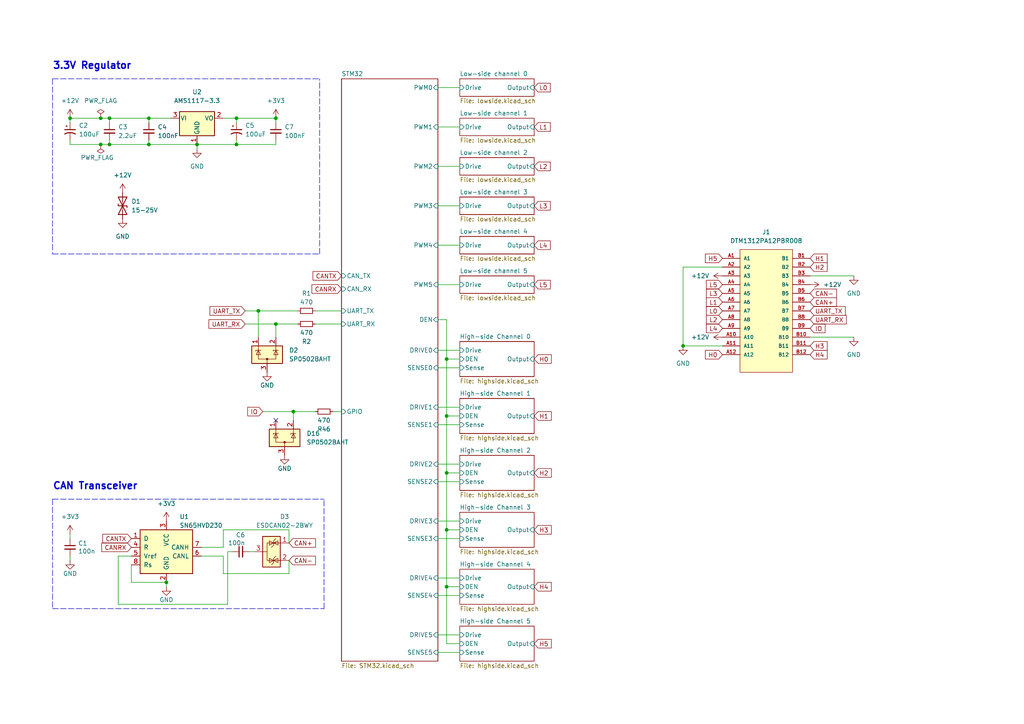
<source format=kicad_sch>
(kicad_sch (version 20211123) (generator eeschema)
  (paper "A4")
  (title_block (title "STM32F103 Reference Breakout Board") (date "2022-07-06") (rev "1") (company "Bronco Racing"))
  (lib_symbols
    (symbol "DTM1312PA12PBR008:DTM1312PA12PBR008" (pin_names (offset 1.016))
      (property "Reference" "J" (at -7.62 17.8054 0))
      (property "Value" "DTM1312PA12PBR008" (at -7.62 -25.4 0))
      (symbol "DTM1312PA12PBR008_0_0"
        (rectangle (start -7.62 -20.32) (end 7.62 15.24) (stroke (width 0.1524)) (fill (type background)))
        (pin passive line (at -12.7 12.7 0) (length 5.08) (name "A1") (number "A1"))
        (pin passive line (at -12.7 -10.16 0) (length 5.08) (name "A10") (number "A10"))
        (pin passive line (at -12.7 -12.7 0) (length 5.08) (name "A11") (number "A11"))
        (pin passive line (at -12.7 -15.24 0) (length 5.08) (name "A12") (number "A12"))
        (pin passive line (at -12.7 10.16 0) (length 5.08) (name "A2") (number "A2"))
        (pin passive line (at -12.7 7.62 0) (length 5.08) (name "A3") (number "A3"))
        (pin passive line (at -12.7 5.08 0) (length 5.08) (name "A4") (number "A4"))
        (pin passive line (at -12.7 2.54 0) (length 5.08) (name "A5") (number "A5"))
        (pin passive line (at -12.7 0 0) (length 5.08) (name "A6") (number "A6"))
        (pin passive line (at -12.7 -2.54 0) (length 5.08) (name "A7") (number "A7"))
        (pin passive line (at -12.7 -5.08 0) (length 5.08) (name "A8") (number "A8"))
        (pin passive line (at -12.7 -7.62 0) (length 5.08) (name "A9") (number "A9"))
        (pin passive line (at 12.7 12.7 180) (length 5.08) (name "B1") (number "B1"))
        (pin passive line (at 12.7 -10.16 180) (length 5.08) (name "B10") (number "B10"))
        (pin passive line (at 12.7 -12.7 180) (length 5.08) (name "B11") (number "B11"))
        (pin passive line (at 12.7 -15.24 180) (length 5.08) (name "B12") (number "B12"))
        (pin passive line (at 12.7 10.16 180) (length 5.08) (name "B2") (number "B2"))
        (pin passive line (at 12.7 7.62 180) (length 5.08) (name "B3") (number "B3"))
        (pin passive line (at 12.7 5.08 180) (length 5.08) (name "B4") (number "B4"))
        (pin passive line (at 12.7 2.54 180) (length 5.08) (name "B5") (number "B5"))
        (pin passive line (at 12.7 0 180) (length 5.08) (name "B6") (number "B6"))
        (pin passive line (at 12.7 -2.54 180) (length 5.08) (name "B7") (number "B7"))
        (pin passive line (at 12.7 -5.08 180) (length 5.08) (name "B8") (number "B8"))
        (pin passive line (at 12.7 -7.62 180) (length 5.08) (name "B9") (number "B9"))
      )
    )
    (symbol "Device:C_Polarized_Small_US" (pin_numbers hide) (pin_names (offset 0.254) hide)
      (property "Reference" "C" (at 0.254 1.778 0))
      (property "Value" "C_Polarized_Small_US" (at 0.254 -2.032 0))
      (symbol "C_Polarized_Small_US_0_1"
        (polyline (pts (xy -1.524 0.508) (xy 1.524 0.508)) (stroke (width 0.3048)))
        (polyline (pts (xy -1.27 1.524) (xy -0.762 1.524)))
        (polyline (pts (xy -1.016 1.27) (xy -1.016 1.778)))
        (arc (start 1.524 -0.762) (mid 0 -0.3734) (end -1.524 -0.762) (stroke (width 0.3048)))
      )
      (symbol "C_Polarized_Small_US_1_1"
        (pin passive line (at 0 2.54 270) (length 2.032) (name "~") (number "1"))
        (pin passive line (at 0 -2.54 90) (length 2.032) (name "~") (number "2"))
      )
    )
    (symbol "Device:C_Small" (pin_numbers hide) (pin_names (offset 0.254) hide)
      (property "Reference" "C" (at 0.254 1.778 0))
      (property "Value" "C_Small" (at 0.254 -2.032 0))
      (symbol "C_Small_0_1"
        (polyline (pts (xy -1.524 -0.508) (xy 1.524 -0.508)) (stroke (width 0.3302)))
        (polyline (pts (xy -1.524 0.508) (xy 1.524 0.508)) (stroke (width 0.3048)))
      )
      (symbol "C_Small_1_1"
        (pin passive line (at 0 2.54 270) (length 2.032) (name "~") (number "1"))
        (pin passive line (at 0 -2.54 90) (length 2.032) (name "~") (number "2"))
      )
    )
    (symbol "Device:D_TVS" (pin_numbers hide) (pin_names (offset 1.016) hide)
      (property "Reference" "D" (at 0 2.54 0))
      (property "Value" "D_TVS" (at 0 -2.54 0))
      (symbol "D_TVS_0_1"
        (polyline (pts (xy 1.27 0) (xy -1.27 0)))
        (polyline (pts (xy 0.508 1.27) (xy 0 1.27) (xy 0 -1.27) (xy -0.508 -1.27)) (stroke (width 0.254)))
        (polyline (pts (xy -2.54 1.27) (xy -2.54 -1.27) (xy 2.54 1.27) (xy 2.54 -1.27) (xy -2.54 1.27)) (stroke (width 0.254)))
      )
      (symbol "D_TVS_1_1"
        (pin passive line (at -3.81 0 0) (length 2.54) (name "A1") (number "1"))
        (pin passive line (at 3.81 0 180) (length 2.54) (name "A2") (number "2"))
      )
    )
    (symbol "Device:R_Small" (pin_numbers hide) (pin_names (offset 0.254) hide)
      (property "Reference" "R" (at 0.762 0.508 0))
      (property "Value" "R_Small" (at 0.762 -1.016 0))
      (symbol "R_Small_0_1"
        (rectangle (start -0.762 1.778) (end 0.762 -1.778) (stroke (width 0.2032)))
      )
      (symbol "R_Small_1_1"
        (pin passive line (at 0 2.54 270) (length 0.762) (name "~") (number "1"))
        (pin passive line (at 0 -2.54 90) (length 0.762) (name "~") (number "2"))
      )
    )
    (symbol "Interface_CAN_LIN:SN65HVD230" (pin_names (offset 1.016))
      (property "Reference" "U" (at -2.54 10.16 0))
      (property "Value" "SN65HVD230" (at -2.54 7.62 0))
      (symbol "SN65HVD230_0_1"
        (rectangle (start -7.62 5.08) (end 7.62 -7.62) (stroke (width 0.254)) (fill (type background)))
      )
      (symbol "SN65HVD230_1_1"
        (pin input line (at -10.16 2.54 0) (length 2.54) (name "D") (number "1"))
        (pin power_in line (at 0 -10.16 90) (length 2.54) (name "GND") (number "2"))
        (pin power_in line (at 0 7.62 270) (length 2.54) (name "VCC") (number "3"))
        (pin output line (at -10.16 0 0) (length 2.54) (name "R") (number "4"))
        (pin output line (at -10.16 -2.54 0) (length 2.54) (name "Vref") (number "5"))
        (pin bidirectional line (at 10.16 -2.54 180) (length 2.54) (name "CANL") (number "6"))
        (pin bidirectional line (at 10.16 0 180) (length 2.54) (name "CANH") (number "7"))
        (pin input line (at -10.16 -5.08 0) (length 2.54) (name "Rs") (number "8"))
      )
    )
    (symbol "Power_Protection:NUP2105L" (pin_names hide)
      (property "Reference" "D" (at 5.715 2.54 0))
      (property "Value" "NUP2105L" (at 5.715 0.635 0))
      (symbol "NUP2105L_0_0"
        (pin passive line (at 0 -5.08 90) (length 2.54) (name "A") (number "3"))
      )
      (symbol "NUP2105L_0_1"
        (rectangle (start -4.445 2.54) (end 4.445 -2.54) (stroke (width 0.254)) (fill (type background)))
        (polyline (pts (xy -2.54 2.54) (xy -2.54 0.635)))
        (polyline (pts (xy 0 -1.27) (xy 0 -2.54)))
        (polyline (pts (xy 2.54 2.54) (xy 2.54 0.635)))
        (polyline (pts (xy -3.81 1.27) (xy -3.175 0.635) (xy -1.905 0.635) (xy -1.27 0)))
        (polyline (pts (xy -2.54 0.635) (xy -2.54 -1.27) (xy 2.54 -1.27) (xy 2.54 0.635)))
        (polyline (pts (xy -2.54 0.635) (xy -1.905 -0.635) (xy -3.175 -0.635) (xy -2.54 0.635)))
        (polyline (pts (xy 2.54 0.635) (xy 1.905 -0.635) (xy 3.175 -0.635) (xy 2.54 0.635)))
        (polyline (pts (xy 2.54 0.635) (xy 3.175 1.905) (xy 1.905 1.905) (xy 2.54 0.635)))
        (polyline (pts (xy -2.54 0.635) (xy -3.175 1.905) (xy -1.905 1.905) (xy -2.54 0.635) (xy -2.54 1.27)))
        (polyline (pts (xy 1.27 1.27) (xy 1.905 0.635) (xy 2.54 0.635) (xy 3.175 0.635) (xy 3.81 0)))
      )
      (symbol "NUP2105L_1_1"
        (pin passive line (at -2.54 5.08 270) (length 2.54) (name "K") (number "1"))
        (pin passive line (at 2.54 5.08 270) (length 2.54) (name "K") (number "2"))
      )
    )
    (symbol "Power_Protection:SP0502BAHT" (pin_names hide)
      (property "Reference" "D" (at 5.715 2.54 0))
      (property "Value" "SP0502BAHT" (at 5.715 0.635 0))
      (symbol "SP0502BAHT_0_0"
        (pin passive line (at 0 -5.08 90) (length 2.54) (name "A") (number "3"))
      )
      (symbol "SP0502BAHT_0_1"
        (rectangle (start -4.445 2.54) (end 4.445 -2.54) (stroke (width 0.254)) (fill (type background)))
        (circle (center 0 -1.27) (radius 0.254) (fill (type outline)))
        (polyline (pts (xy -2.54 2.54) (xy -2.54 1.27)))
        (polyline (pts (xy 0 -1.27) (xy 0 -2.54)))
        (polyline (pts (xy 2.54 2.54) (xy 2.54 1.27)))
        (polyline (pts (xy -3.302 1.016) (xy -3.302 1.27) (xy -1.905 1.27) (xy -1.778 1.27)))
        (polyline (pts (xy -2.54 1.27) (xy -2.54 -1.27) (xy 2.54 -1.27) (xy 2.54 1.27)))
        (polyline (pts (xy -2.54 1.27) (xy -1.905 0) (xy -3.175 0) (xy -2.54 1.27)))
        (polyline (pts (xy 1.778 1.016) (xy 1.778 1.27) (xy 3.175 1.27) (xy 3.302 1.27)))
        (polyline (pts (xy 2.54 1.27) (xy 1.905 0) (xy 3.175 0) (xy 2.54 1.27)))
      )
      (symbol "SP0502BAHT_1_1"
        (pin passive line (at -2.54 5.08 270) (length 2.54) (name "K") (number "1"))
        (pin passive line (at 2.54 5.08 270) (length 2.54) (name "K") (number "2"))
      )
    )
    (symbol "Regulator_Linear:AMS1117-3.3" (pin_names (offset 0.254))
      (property "Reference" "U" (at -3.81 3.175 0))
      (property "Value" "AMS1117-3.3" (at 0 3.175 0))
      (symbol "AMS1117-3.3_0_1"
        (rectangle (start -5.08 -5.08) (end 5.08 1.905) (stroke (width 0.254)) (fill (type background)))
      )
      (symbol "AMS1117-3.3_1_1"
        (pin power_in line (at 0 -7.62 90) (length 2.54) (name "GND") (number "1"))
        (pin power_out line (at 7.62 0 180) (length 2.54) (name "VO") (number "2"))
        (pin power_in line (at -7.62 0 0) (length 2.54) (name "VI") (number "3"))
      )
    )
    (symbol "power:+12V" (power) (pin_names (offset 0))
      (property "Value" "+12V" (at 0 3.556 0))
      (symbol "+12V_0_1"
        (polyline (pts (xy -0.762 1.27) (xy 0 2.54)))
        (polyline (pts (xy 0 0) (xy 0 2.54)))
        (polyline (pts (xy 0 2.54) (xy 0.762 1.27)))
      )
      (symbol "+12V_1_1"
        (pin power_in line (at 0 0 90) (length 0) hide (name "+12V") (number "1"))
      )
    )
    (symbol "power:+3V3" (power) (pin_names (offset 0))
      (property "Value" "+3V3" (at 0 3.556 0))
      (symbol "+3V3_0_1"
        (polyline (pts (xy -0.762 1.27) (xy 0 2.54)))
        (polyline (pts (xy 0 0) (xy 0 2.54)))
        (polyline (pts (xy 0 2.54) (xy 0.762 1.27)))
      )
      (symbol "+3V3_1_1"
        (pin power_in line (at 0 0 90) (length 0) hide (name "+3V3") (number "1"))
      )
    )
    (symbol "power:GND" (power) (pin_names (offset 0))
      (property "Value" "GND" (at 0 -3.81 0))
      (symbol "GND_0_1"
        (polyline (pts (xy 0 0) (xy 0 -1.27) (xy 1.27 -1.27) (xy 0 -2.54) (xy -1.27 -1.27) (xy 0 -1.27)))
      )
      (symbol "GND_1_1"
        (pin power_in line (at 0 0 270) (length 0) hide (name "GND") (number "1"))
      )
    )
    (symbol "power:PWR_FLAG" (power) (pin_numbers hide) (pin_names (offset 0) hide)
      (property "Value" "PWR_FLAG" (at 0 3.81 0))
      (symbol "PWR_FLAG_0_0"
        (pin power_out line (at 0 0 90) (length 0) (name "pwr") (number "1"))
      )
      (symbol "PWR_FLAG_0_1"
        (polyline (pts (xy 0 0) (xy 0 1.27) (xy -1.016 1.905) (xy 0 2.54) (xy 1.016 1.905) (xy 0 1.27)))
      )
    )
  )
  (junction (at 31.75 41.91))
  (junction (at 57.15 41.91))
  (junction (at 80.01 34.29))
  (junction (at 129.54 120.65))
  (junction (at 29.21 34.29))
  (junction (at 31.75 34.29))
  (junction (at 74.93 90.17))
  (junction (at 198.12 100.33))
  (junction (at 48.26 168.91))
  (junction (at 20.32 34.29))
  (junction (at 129.54 153.67))
  (junction (at 129.54 170.18))
  (junction (at 68.58 41.91))
  (junction (at 68.58 34.29))
  (junction (at 80.01 93.98))
  (junction (at 43.18 34.29))
  (junction (at 129.54 104.14))
  (junction (at 129.54 137.16))
  (junction (at 43.18 41.91))
  (junction (at 85.09 119.38))
  (junction (at 29.21 41.91))
  (no_connect (at 80.01 121.92))
  (wire (pts (xy 127 118.11) (xy 133.35 118.11)))
  (wire (pts (xy 133.35 137.16) (xy 129.54 137.16)))
  (wire (pts (xy 127 36.83) (xy 133.35 36.83)))
  (polyline (pts (xy 15.24 73.66) (xy 92.71 73.66)))
  (wire (pts (xy 31.75 34.29) (xy 31.75 35.56)))
  (wire (pts (xy 80.01 41.91) (xy 80.01 40.64)))
  (wire (pts (xy 133.35 170.18) (xy 129.54 170.18)))
  (wire (pts (xy 85.09 119.38) (xy 91.44 119.38)))
  (wire (pts (xy 127 151.13) (xy 133.35 151.13)))
  (wire (pts (xy 198.12 77.47) (xy 198.12 100.33)))
  (wire (pts (xy 127 101.6) (xy 133.35 101.6)))
  (wire (pts (xy 127 123.19) (xy 133.35 123.19)))
  (wire (pts (xy 127 172.72) (xy 133.35 172.72)))
  (wire (pts (xy 20.32 41.91) (xy 29.21 41.91)))
  (wire (pts (xy 96.52 119.38) (xy 99.06 119.38)))
  (polyline (pts (xy 15.24 22.86) (xy 15.24 73.66)))
  (wire (pts (xy 133.35 153.67) (xy 129.54 153.67)))
  (wire (pts (xy 71.12 90.17) (xy 74.93 90.17)))
  (wire (pts (xy 58.42 158.75) (xy 64.77 158.75)))
  (wire (pts (xy 129.54 186.69) (xy 129.54 170.18)))
  (wire (pts (xy 129.54 153.67) (xy 129.54 170.18)))
  (wire (pts (xy 127 156.21) (xy 133.35 156.21)))
  (wire (pts (xy 127 59.69) (xy 133.35 59.69)))
  (polyline (pts (xy 15.24 144.78) (xy 15.24 176.53)))
  (polyline (pts (xy 15.24 144.78) (xy 93.98 144.78)))
  (wire (pts (xy 68.58 34.29) (xy 68.58 35.56)))
  (wire (pts (xy 72.39 160.02) (xy 73.66 160.02)))
  (wire (pts (xy 48.26 170.18) (xy 48.26 168.91)))
  (wire (pts (xy 34.29 161.29) (xy 34.29 175.26)))
  (wire (pts (xy 127 139.7) (xy 133.35 139.7)))
  (wire (pts (xy 20.32 35.56) (xy 20.32 34.29)))
  (wire (pts (xy 20.32 161.29) (xy 20.32 162.56)))
  (wire (pts (xy 20.32 40.64) (xy 20.32 41.91)))
  (wire (pts (xy 247.65 80.01) (xy 234.95 80.01)))
  (wire (pts (xy 38.1 163.83) (xy 38.1 168.91)))
  (wire (pts (xy 66.04 160.02) (xy 66.04 175.26)))
  (wire (pts (xy 83.82 166.37) (xy 64.77 166.37)))
  (polyline (pts (xy 15.24 22.86) (xy 92.71 22.86)))
  (wire (pts (xy 38.1 161.29) (xy 34.29 161.29)))
  (wire (pts (xy 68.58 41.91) (xy 80.01 41.91)))
  (wire (pts (xy 80.01 93.98) (xy 86.36 93.98)))
  (wire (pts (xy 83.82 162.56) (xy 83.82 166.37)))
  (wire (pts (xy 127 184.15) (xy 133.35 184.15)))
  (wire (pts (xy 43.18 34.29) (xy 43.18 35.56)))
  (wire (pts (xy 31.75 41.91) (xy 43.18 41.91)))
  (polyline (pts (xy 15.24 176.53) (xy 93.98 176.53)))
  (polyline (pts (xy 92.71 73.66) (xy 92.71 22.86)))
  (wire (pts (xy 31.75 34.29) (xy 43.18 34.29)))
  (wire (pts (xy 20.32 34.29) (xy 29.21 34.29)))
  (wire (pts (xy 57.15 41.91) (xy 57.15 43.18)))
  (wire (pts (xy 68.58 34.29) (xy 80.01 34.29)))
  (wire (pts (xy 129.54 137.16) (xy 129.54 153.67)))
  (wire (pts (xy 127 189.23) (xy 133.35 189.23)))
  (wire (pts (xy 64.77 161.29) (xy 64.77 166.37)))
  (wire (pts (xy 129.54 137.16) (xy 129.54 120.65)))
  (wire (pts (xy 133.35 120.65) (xy 129.54 120.65)))
  (wire (pts (xy 127 71.12) (xy 133.35 71.12)))
  (wire (pts (xy 58.42 161.29) (xy 64.77 161.29)))
  (wire (pts (xy 209.55 77.47) (xy 198.12 77.47)))
  (wire (pts (xy 64.77 34.29) (xy 68.58 34.29)))
  (wire (pts (xy 68.58 40.64) (xy 68.58 41.91)))
  (wire (pts (xy 34.29 175.26) (xy 66.04 175.26)))
  (wire (pts (xy 71.12 93.98) (xy 80.01 93.98)))
  (wire (pts (xy 198.12 100.33) (xy 209.55 100.33)))
  (wire (pts (xy 127 167.64) (xy 133.35 167.64)))
  (wire (pts (xy 74.93 90.17) (xy 86.36 90.17)))
  (wire (pts (xy 91.44 93.98) (xy 99.06 93.98)))
  (wire (pts (xy 43.18 41.91) (xy 57.15 41.91)))
  (wire (pts (xy 129.54 104.14) (xy 129.54 92.71)))
  (wire (pts (xy 20.32 154.94) (xy 20.32 156.21)))
  (wire (pts (xy 85.09 119.38) (xy 85.09 121.92)))
  (wire (pts (xy 64.77 153.67) (xy 83.82 153.67)))
  (wire (pts (xy 129.54 120.65) (xy 129.54 104.14)))
  (wire (pts (xy 127 134.62) (xy 133.35 134.62)))
  (wire (pts (xy 127 106.68) (xy 133.35 106.68)))
  (wire (pts (xy 29.21 34.29) (xy 31.75 34.29)))
  (wire (pts (xy 127 48.26) (xy 133.35 48.26)))
  (wire (pts (xy 29.21 41.91) (xy 31.75 41.91)))
  (wire (pts (xy 129.54 92.71) (xy 127 92.71)))
  (wire (pts (xy 127 82.55) (xy 133.35 82.55)))
  (wire (pts (xy 133.35 186.69) (xy 129.54 186.69)))
  (wire (pts (xy 64.77 158.75) (xy 64.77 153.67)))
  (wire (pts (xy 66.04 160.02) (xy 67.31 160.02)))
  (polyline (pts (xy 93.98 176.53) (xy 93.98 144.78)))
  (wire (pts (xy 133.35 104.14) (xy 129.54 104.14)))
  (wire (pts (xy 57.15 41.91) (xy 68.58 41.91)))
  (wire (pts (xy 91.44 90.17) (xy 99.06 90.17)))
  (wire (pts (xy 43.18 34.29) (xy 49.53 34.29)))
  (wire (pts (xy 247.65 97.79) (xy 234.95 97.79)))
  (wire (pts (xy 80.01 93.98) (xy 80.01 97.79)))
  (wire (pts (xy 43.18 40.64) (xy 43.18 41.91)))
  (wire (pts (xy 31.75 41.91) (xy 31.75 40.64)))
  (wire (pts (xy 80.01 34.29) (xy 80.01 35.56)))
  (wire (pts (xy 38.1 168.91) (xy 48.26 168.91)))
  (wire (pts (xy 83.82 153.67) (xy 83.82 157.48)))
  (wire (pts (xy 127 25.4) (xy 133.35 25.4)))
  (wire (pts (xy 76.2 119.38) (xy 85.09 119.38)))
  (wire (pts (xy 74.93 97.79) (xy 74.93 90.17)))
  (text "CAN Transceiver" (at 15.24 142.24 0) (effects (font (size 2.0066 2.0066) (thickness 0.4013) bold) (justify left bottom)))
  (text "3.3V Regulator" (at 15.24 20.32 0) (effects (font (size 2.0066 2.0066) (thickness 0.4013) bold) (justify left bottom)))
  (global_label "H0" (shape input) (at 154.94 104.14 0) (property "Intersheet References" "${INTERSHEET_REFS}" (effects hide)))
  (global_label "L3" (shape input) (at 154.94 59.69 0) (property "Intersheet References" "${INTERSHEET_REFS}" (effects hide)))
  (global_label "CANTX" (shape input) (at 99.06 80.01 180) (property "Intersheet References" "${INTERSHEET_REFS}" (effects hide)))
  (global_label "CAN-" (shape input) (at 234.95 85.09 0) (property "Intersheet References" "${INTERSHEET_REFS}" (effects hide)))
  (global_label "L4" (shape input) (at 209.55 95.25 180) (property "Intersheet References" "${INTERSHEET_REFS}" (effects hide)))
  (global_label "CAN+" (shape input) (at 83.82 157.48 0) (property "Intersheet References" "${INTERSHEET_REFS}" (effects hide)))
  (global_label "UART_RX" (shape input) (at 234.95 92.71 0) (property "Intersheet References" "${INTERSHEET_REFS}" (effects hide)))
  (global_label "L5" (shape input) (at 154.94 82.55 0) (property "Intersheet References" "${INTERSHEET_REFS}" (effects hide)))
  (global_label "IO" (shape input) (at 234.95 95.25 0) (property "Intersheet References" "${INTERSHEET_REFS}" (effects hide)))
  (global_label "CAN-" (shape input) (at 83.82 162.56 0) (property "Intersheet References" "${INTERSHEET_REFS}" (effects hide)))
  (global_label "H5" (shape input) (at 154.94 186.69 0) (property "Intersheet References" "${INTERSHEET_REFS}" (effects hide)))
  (global_label "L1" (shape input) (at 154.94 36.83 0) (property "Intersheet References" "${INTERSHEET_REFS}" (effects hide)))
  (global_label "CANRX" (shape input) (at 99.06 83.82 180) (property "Intersheet References" "${INTERSHEET_REFS}" (effects hide)))
  (global_label "H5" (shape input) (at 209.55 74.93 180) (property "Intersheet References" "${INTERSHEET_REFS}" (effects hide)))
  (global_label "IO" (shape input) (at 76.2 119.38 180) (property "Intersheet References" "${INTERSHEET_REFS}" (effects hide)))
  (global_label "H4" (shape input) (at 154.94 170.18 0) (property "Intersheet References" "${INTERSHEET_REFS}" (effects hide)))
  (global_label "L4" (shape input) (at 154.94 71.12 0) (property "Intersheet References" "${INTERSHEET_REFS}" (effects hide)))
  (global_label "L5" (shape input) (at 209.55 82.55 180) (property "Intersheet References" "${INTERSHEET_REFS}" (effects hide)))
  (global_label "L1" (shape input) (at 209.55 87.63 180) (property "Intersheet References" "${INTERSHEET_REFS}" (effects hide)))
  (global_label "H3" (shape input) (at 154.94 153.67 0) (property "Intersheet References" "${INTERSHEET_REFS}" (effects hide)))
  (global_label "L2" (shape input) (at 154.94 48.26 0) (property "Intersheet References" "${INTERSHEET_REFS}" (effects hide)))
  (global_label "H2" (shape input) (at 154.94 137.16 0) (property "Intersheet References" "${INTERSHEET_REFS}" (effects hide)))
  (global_label "H4" (shape input) (at 234.95 102.87 0) (property "Intersheet References" "${INTERSHEET_REFS}" (effects hide)))
  (global_label "UART_RX" (shape input) (at 71.12 93.98 180) (property "Intersheet References" "${INTERSHEET_REFS}" (effects hide)))
  (global_label "H0" (shape input) (at 209.55 102.87 180) (property "Intersheet References" "${INTERSHEET_REFS}" (effects hide)))
  (global_label "H1" (shape input) (at 154.94 120.65 0) (property "Intersheet References" "${INTERSHEET_REFS}" (effects hide)))
  (global_label "L2" (shape input) (at 209.55 92.71 180) (property "Intersheet References" "${INTERSHEET_REFS}" (effects hide)))
  (global_label "H1" (shape input) (at 234.95 74.93 0) (property "Intersheet References" "${INTERSHEET_REFS}" (effects hide)))
  (global_label "L3" (shape input) (at 209.55 85.09 180) (property "Intersheet References" "${INTERSHEET_REFS}" (effects hide)))
  (global_label "L0" (shape input) (at 209.55 90.17 180) (property "Intersheet References" "${INTERSHEET_REFS}" (effects hide)))
  (global_label "UART_TX" (shape input) (at 234.95 90.17 0) (property "Intersheet References" "${INTERSHEET_REFS}" (effects hide)))
  (global_label "H3" (shape input) (at 234.95 100.33 0) (property "Intersheet References" "${INTERSHEET_REFS}" (effects hide)))
  (global_label "CANTX" (shape input) (at 38.1 156.21 180) (property "Intersheet References" "${INTERSHEET_REFS}" (effects hide)))
  (global_label "UART_TX" (shape input) (at 71.12 90.17 180) (property "Intersheet References" "${INTERSHEET_REFS}" (effects hide)))
  (global_label "H2" (shape input) (at 234.95 77.47 0) (property "Intersheet References" "${INTERSHEET_REFS}" (effects hide)))
  (global_label "L0" (shape input) (at 154.94 25.4 0) (property "Intersheet References" "${INTERSHEET_REFS}" (effects hide)))
  (global_label "CAN+" (shape input) (at 234.95 87.63 0) (property "Intersheet References" "${INTERSHEET_REFS}" (effects hide)))
  (global_label "CANRX" (shape input) (at 38.1 158.75 180) (property "Intersheet References" "${INTERSHEET_REFS}" (effects hide)))
  (symbol (lib_id "power:GND") (at 82.55 132.08 0) (unit 1)
    (property "Reference" "#PWR0107" (effects hide))
    (property "Value" "GND" (at 82.55 135.89 0))
  )
  (symbol (lib_id "Device:C_Small") (at 69.85 160.02 90) (unit 1)
    (property "Reference" "C6" (at 71.12 155.1686 90) (effects (justify left)))
    (property "Value" "100n" (at 71.12 157.48 90) (effects (justify left)))
    (property "Footprint" "Capacitor_SMD:C_0402_1005Metric" (effects hide))
    (property "LCSC" "C307331" (effects hide))
  )
  (symbol (lib_id "Device:C_Small") (at 43.18 38.1 0) (unit 1)
    (property "Reference" "C4" (at 45.72 36.8362 0) (effects (justify left)))
    (property "Value" "100nF" (at 45.72 39.3762 0) (effects (justify left)))
    (property "Footprint" "Capacitor_SMD:C_0603_1608Metric" (effects hide))
  )
  (symbol (lib_id "power:GND") (at 247.65 80.01 0) (mirror y) (unit 1)
    (property "Reference" "#PWR0101" (effects hide))
    (property "Value" "GND" (at 247.65 85.09 0))
  )
  (symbol (lib_id "power:GND") (at 20.32 162.56 0) (unit 1)
    (property "Reference" "#PWR02" (effects hide))
    (property "Value" "GND" (at 20.32 166.37 0))
  )
  (symbol (lib_id "power:GND") (at 35.56 63.5 0) (unit 1)
    (property "Reference" "#PWR05" (effects hide))
    (property "Value" "GND" (at 35.56 68.58 0))
  )
  (symbol (lib_id "power:+3V3") (at 20.32 154.94 0) (unit 1)
    (property "Reference" "#PWR01" (effects hide))
    (property "Value" "+3V3" (at 20.32 149.86 0))
  )
  (symbol (lib_id "power:+12V") (at 209.55 97.79 90) (mirror x) (unit 1)
    (property "Reference" "#PWR0105" (effects hide))
    (property "Value" "+12V" (at 205.74 97.7899 90) (effects (justify left)))
  )
  (symbol (lib_id "Regulator_Linear:AMS1117-3.3") (at 57.15 34.29 0) (unit 1)
    (property "Reference" "U2" (at 57.15 26.67 0))
    (property "Value" "AMS1117-3.3" (at 57.15 29.21 0))
    (property "Footprint" "Package_TO_SOT_SMD:SOT-223-3_TabPin2" (effects hide))
    (property "Datasheet" "http://www.advanced-monolithic.com/pdf/ds1117.pdf" (effects hide))
  )
  (symbol (lib_id "Device:R_Small") (at 88.9 93.98 270) (unit 1)
    (property "Reference" "R2" (at 88.9 99.06 90))
    (property "Value" "470" (at 88.9 96.52 90))
    (property "Footprint" "Resistor_SMD:R_0603_1608Metric" (effects hide))
  )
  (symbol (lib_id "power:PWR_FLAG") (at 29.21 34.29 0) (unit 1)
    (property "Reference" "#FLG01" (effects hide))
    (property "Value" "PWR_FLAG" (at 29.21 29.21 0))
  )
  (symbol (lib_id "power:+12V") (at 209.55 80.01 90) (mirror x) (unit 1)
    (property "Reference" "#PWR0104" (effects hide))
    (property "Value" "+12V" (at 205.74 80.0099 90) (effects (justify left)))
  )
  (symbol (lib_id "Power_Protection:SP0502BAHT") (at 77.47 102.87 0) (unit 1)
    (property "Reference" "D2" (at 83.82 101.5999 0) (effects (justify left)))
    (property "Value" "SP0502BAHT" (at 83.82 104.1399 0) (effects (justify left)))
    (property "Footprint" "Package_TO_SOT_SMD:SOT-23" (effects hide))
    (property "Datasheet" "http://www.littelfuse.com/~/media/files/littelfuse/technical%20resources/documents/data%20sheets/sp05xxba.pdf" (effects hide))
    (property "Spice_Primitive" "D" (effects hide))
    (property "Spice_Model" "SP0502BAHT" (effects hide))
    (property "Spice_Netlist_Enabled" "N" (effects hide))
    (property "LCSC" "C32677" (effects hide))
  )
  (symbol (lib_id "Device:D_TVS") (at 35.56 59.69 270) (unit 1)
    (property "Reference" "D1" (at 38.1 58.4199 90) (effects (justify left)))
    (property "Value" "15-25V" (at 38.1 60.9599 90) (effects (justify left)))
    (property "Footprint" "Diode_SMD:D_SMA" (effects hide))
  )
  (symbol (lib_id "Power_Protection:NUP2105L") (at 78.74 160.02 270) (unit 1)
    (property "Reference" "D3" (at 82.55 149.86 90))
    (property "Value" "ESDCAN02-2BWY" (at 82.55 152.4 90))
    (property "Footprint" "Package_TO_SOT_SMD:SOT-23" (effects hide))
    (property "Datasheet" "http://www.onsemi.com/pub_link/Collateral/NUP2105L-D.PDF" (effects hide))
  )
  (symbol (lib_id "Device:R_Small") (at 93.98 119.38 270) (unit 1)
    (property "Reference" "R46" (at 93.98 124.46 90))
    (property "Value" "470" (at 93.98 121.92 90))
    (property "Footprint" "Resistor_SMD:R_0603_1608Metric" (effects hide))
  )
  (symbol (lib_id "power:+12V") (at 234.95 82.55 270) (mirror x) (unit 1)
    (property "Reference" "#PWR0102" (effects hide))
    (property "Value" "+12V" (at 238.76 82.5499 90) (effects (justify left)))
  )
  (symbol (lib_id "power:GND") (at 77.47 107.95 0) (unit 1)
    (property "Reference" "#PWR09" (effects hide))
    (property "Value" "GND" (at 77.47 111.76 0))
  )
  (symbol (lib_id "power:+12V") (at 20.32 34.29 0) (unit 1)
    (property "Reference" "#PWR03" (effects hide))
    (property "Value" "+12V" (at 20.32 29.21 0))
  )
  (symbol (lib_id "power:GND") (at 48.26 170.18 0) (unit 1)
    (property "Reference" "#PWR07" (effects hide))
    (property "Value" "GND" (at 48.26 173.99 0))
  )
  (symbol (lib_id "Device:C_Polarized_Small_US") (at 68.58 38.1 0) (unit 1)
    (property "Reference" "C5" (at 71.12 36.3981 0) (effects (justify left)))
    (property "Value" "100uF" (at 71.12 38.9381 0) (effects (justify left)))
    (property "Footprint" "Capacitor_SMD:CP_Elec_6.3x7.7" (effects hide))
  )
  (symbol (lib_id "power:+3V3") (at 48.26 151.13 0) (unit 1)
    (property "Reference" "#PWR06" (effects hide))
    (property "Value" "+3V3" (at 48.26 146.05 0))
  )
  (symbol (lib_id "Device:C_Small") (at 31.75 38.1 0) (unit 1)
    (property "Reference" "C3" (at 34.29 36.8362 0) (effects (justify left)))
    (property "Value" "2.2uF" (at 34.29 39.3762 0) (effects (justify left)))
    (property "Footprint" "Capacitor_SMD:C_0805_2012Metric" (effects hide))
  )
  (symbol (lib_id "Device:C_Polarized_Small_US") (at 20.32 38.1 0) (unit 1)
    (property "Reference" "C2" (at 22.86 36.3981 0) (effects (justify left)))
    (property "Value" "100uF" (at 22.86 38.9381 0) (effects (justify left)))
    (property "Footprint" "Capacitor_SMD:CP_Elec_6.3x7.7" (effects hide))
  )
  (symbol (lib_id "Interface_CAN_LIN:SN65HVD230") (at 48.26 158.75 0) (unit 1)
    (property "Reference" "U1" (at 52.07 149.86 0) (effects (justify left)))
    (property "Value" "SN65HVD230" (at 52.07 152.4 0) (effects (justify left)))
    (property "Footprint" "Package_SO:SOIC-8_3.9x4.9mm_P1.27mm" (effects hide))
    (property "Datasheet" "http://www.ti.com/lit/ds/symlink/sn65hvd230.pdf" (effects hide))
    (property "LCSC" "C12084" (effects hide))
  )
  (symbol (lib_id "power:GND") (at 198.12 100.33 0) (mirror y) (unit 1)
    (property "Reference" "#PWR0106" (effects hide))
    (property "Value" "GND" (at 198.12 105.41 0))
  )
  (symbol (lib_id "Power_Protection:SP0502BAHT") (at 82.55 127 0) (unit 1)
    (property "Reference" "D16" (at 88.9 125.7299 0) (effects (justify left)))
    (property "Value" "SP0502BAHT" (at 88.9 128.2699 0) (effects (justify left)))
    (property "Footprint" "Package_TO_SOT_SMD:SOT-23" (effects hide))
    (property "Datasheet" "http://www.littelfuse.com/~/media/files/littelfuse/technical%20resources/documents/data%20sheets/sp05xxba.pdf" (effects hide))
    (property "Spice_Primitive" "D" (effects hide))
    (property "Spice_Model" "SP0502BAHT" (effects hide))
    (property "Spice_Netlist_Enabled" "N" (effects hide))
    (property "LCSC" "C32677" (effects hide))
  )
  (symbol (lib_id "Device:C_Small") (at 80.01 38.1 0) (unit 1)
    (property "Reference" "C7" (at 82.55 36.8362 0) (effects (justify left)))
    (property "Value" "100nF" (at 82.55 39.3762 0) (effects (justify left)))
    (property "Footprint" "Capacitor_SMD:C_0603_1608Metric" (effects hide))
  )
  (symbol (lib_id "Device:R_Small") (at 88.9 90.17 90) (unit 1)
    (property "Reference" "R1" (at 88.9 85.09 90))
    (property "Value" "470" (at 88.9 87.63 90))
    (property "Footprint" "Resistor_SMD:R_0603_1608Metric" (effects hide))
  )
  (symbol (lib_id "DTM1312PA12PBR008:DTM1312PA12PBR008") (at 222.25 87.63 0) (unit 1)
    (property "Reference" "J1" (at 222.25 67.31 0))
    (property "Value" "DTM1312PA12PBR008" (at 222.25 69.85 0))
    (property "Footprint" "DTM13-12PA-12PB:TE_DTM1312PA12PBR008" (effects hide))
    (property "MF" "TE Connectivity" (effects hide))
    (property "LINK" "https://www.snapeda.com/parts/DTM1312PA12PBR008/TE%20Connectivity/datasheet/" (effects hide))
    (property "EU_ROHS_COMPLIANCE" "Compliant" (effects hide))
    (property "PRICE" "18.76 USD" (effects hide))
    (property "AVAILABILITY" "Good" (effects hide))
    (property "STANDARD" "Manufacturer recommendation" (effects hide))
    (property "PARTREV" "E" (effects hide))
    (property "DESCRIPTION" "Double Header 24 pin receptacle" (effects hide))
    (property "PACKAGE" "None" (effects hide))
    (property "MP" "DTM1312PA12PBR008" (effects hide))
  )
  (symbol (lib_id "power:+3V3") (at 80.01 34.29 0) (unit 1)
    (property "Reference" "#PWR010" (effects hide))
    (property "Value" "+3V3" (at 80.01 29.21 0))
  )
  (symbol (lib_id "power:GND") (at 57.15 43.18 0) (unit 1)
    (property "Reference" "#PWR08" (effects hide))
    (property "Value" "GND" (at 57.15 48.26 0))
  )
  (symbol (lib_id "power:GND") (at 247.65 97.79 0) (mirror y) (unit 1)
    (property "Reference" "#PWR0103" (effects hide))
    (property "Value" "GND" (at 247.65 102.87 0))
  )
  (symbol (lib_id "power:+12V") (at 35.56 55.88 0) (unit 1)
    (property "Reference" "#PWR04" (effects hide))
    (property "Value" "+12V" (at 35.56 50.8 0))
  )
  (symbol (lib_id "power:PWR_FLAG") (at 29.21 41.91 0) (mirror x) (unit 1)
    (property "Reference" "#FLG02" (effects hide))
    (property "Value" "PWR_FLAG" (at 33.02 45.72 0) (effects (justify right)))
  )
  (symbol (lib_id "Device:C_Small") (at 20.32 158.75 0) (unit 1)
    (property "Reference" "C1" (at 22.6568 157.5816 0) (effects (justify left)))
    (property "Value" "100n" (at 22.6568 159.893 0) (effects (justify left)))
    (property "Footprint" "Capacitor_SMD:C_0402_1005Metric" (effects hide))
    (property "LCSC" "C307331" (effects hide))
  )
  (sheet (at 133.35 68.58) (size 21.59 5.08) (stroke (width 0.1524))
    (property "Sheet name" "Low-side channel 4" (at 133.35 67.8684 0) (effects (justify left bottom)))
    (property "Sheet file" "lowside.kicad_sch" (at 133.35 74.2446 0) (effects (justify left top)))
    (pin "Drive" input (at 133.35 71.12 180))
    (pin "Output" input (at 154.94 71.12 0))
  )
  (sheet (at 99.06 22.86) (size 27.94 168.91) (stroke (width 0.1524))
    (property "Sheet name" "STM32" (at 99.06 22.1484 0) (effects (justify left bottom)))
    (property "Sheet file" "STM32.kicad_sch" (at 99.06 192.3546 0) (effects (justify left top)))
    (pin "PWM3" input (at 127 59.69 0))
    (pin "PWM4" input (at 127 71.12 0))
    (pin "DRIVE0" input (at 127 101.6 0))
    (pin "DRIVE1" input (at 127 118.11 0))
    (pin "PWM2" input (at 127 48.26 0))
    (pin "DRIVE2" input (at 127 134.62 0))
    (pin "CAN_TX" input (at 99.06 80.01 180))
    (pin "UART_TX" input (at 99.06 90.17 180))
    (pin "CAN_RX" input (at 99.06 83.82 180))
    (pin "PWM0" input (at 127 25.4 0))
    (pin "PWM1" input (at 127 36.83 0))
    (pin "UART_RX" input (at 99.06 93.98 180))
    (pin "PWM5" input (at 127 82.55 0))
    (pin "DRIVE4" input (at 127 167.64 0))
    (pin "DRIVE5" input (at 127 184.15 0))
    (pin "DRIVE3" input (at 127 151.13 0))
    (pin "SENSE0" input (at 127 106.68 0))
    (pin "SENSE1" input (at 127 123.19 0))
    (pin "SENSE2" input (at 127 139.7 0))
    (pin "DEN" input (at 127 92.71 0))
    (pin "SENSE3" input (at 127 156.21 0))
    (pin "SENSE4" input (at 127 172.72 0))
    (pin "SENSE5" input (at 127 189.23 0))
    (pin "GPIO" input (at 99.06 119.38 180))
  )
  (sheet (at 133.35 34.29) (size 21.59 5.08) (stroke (width 0.1524))
    (property "Sheet name" "Low-side channel 1" (at 133.35 33.5784 0) (effects (justify left bottom)))
    (property "Sheet file" "lowside.kicad_sch" (at 133.35 39.9546 0) (effects (justify left top)))
    (pin "Drive" input (at 133.35 36.83 180))
    (pin "Output" input (at 154.94 36.83 0))
  )
  (sheet (at 133.35 57.15) (size 21.59 5.08) (stroke (width 0.1524))
    (property "Sheet name" "Low-side channel 3" (at 133.35 56.4384 0) (effects (justify left bottom)))
    (property "Sheet file" "lowside.kicad_sch" (at 133.35 62.8146 0) (effects (justify left top)))
    (pin "Drive" input (at 133.35 59.69 180))
    (pin "Output" input (at 154.94 59.69 0))
  )
  (sheet (at 133.35 165.1) (size 21.59 10.16) (stroke (width 0.1524))
    (property "Sheet name" "High-side Channel 4" (at 133.35 164.3884 0) (effects (justify left bottom)))
    (property "Sheet file" "highside.kicad_sch" (at 133.35 175.8446 0) (effects (justify left top)))
    (pin "Output" input (at 154.94 170.18 0))
    (pin "Sense" input (at 133.35 172.72 180))
    (pin "DEN" input (at 133.35 170.18 180))
    (pin "Drive" input (at 133.35 167.64 180))
  )
  (sheet (at 133.35 80.01) (size 21.59 5.08) (stroke (width 0.1524))
    (property "Sheet name" "Low-side channel 5" (at 133.35 79.2984 0) (effects (justify left bottom)))
    (property "Sheet file" "lowside.kicad_sch" (at 133.35 85.6746 0) (effects (justify left top)))
    (pin "Drive" input (at 133.35 82.55 180))
    (pin "Output" input (at 154.94 82.55 0))
  )
  (sheet (at 133.35 115.57) (size 21.59 10.16) (stroke (width 0.1524))
    (property "Sheet name" "High-side Channel 1" (at 133.35 114.8584 0) (effects (justify left bottom)))
    (property "Sheet file" "highside.kicad_sch" (at 133.35 126.3146 0) (effects (justify left top)))
    (pin "Output" input (at 154.94 120.65 0))
    (pin "Sense" input (at 133.35 123.19 180))
    (pin "DEN" input (at 133.35 120.65 180))
    (pin "Drive" input (at 133.35 118.11 180))
  )
  (sheet (at 133.35 45.72) (size 21.59 5.08) (stroke (width 0.1524))
    (property "Sheet name" "Low-side channel 2" (at 133.35 45.0084 0) (effects (justify left bottom)))
    (property "Sheet file" "lowside.kicad_sch" (at 133.35 51.3846 0) (effects (justify left top)))
    (pin "Drive" input (at 133.35 48.26 180))
    (pin "Output" input (at 154.94 48.26 0))
  )
  (sheet (at 133.35 22.86) (size 21.59 5.08) (stroke (width 0.1524))
    (property "Sheet name" "Low-side channel 0" (at 133.35 22.1484 0) (effects (justify left bottom)))
    (property "Sheet file" "lowside.kicad_sch" (at 133.35 28.5246 0) (effects (justify left top)))
    (pin "Drive" input (at 133.35 25.4 180))
    (pin "Output" input (at 154.94 25.4 0))
  )
  (sheet (at 133.35 148.59) (size 21.59 10.16) (stroke (width 0.1524))
    (property "Sheet name" "High-side Channel 3" (at 133.35 147.8784 0) (effects (justify left bottom)))
    (property "Sheet file" "highside.kicad_sch" (at 133.35 159.3346 0) (effects (justify left top)))
    (pin "Output" input (at 154.94 153.67 0))
    (pin "Sense" input (at 133.35 156.21 180))
    (pin "DEN" input (at 133.35 153.67 180))
    (pin "Drive" input (at 133.35 151.13 180))
  )
  (sheet (at 133.35 99.06) (size 21.59 10.16) (stroke (width 0.1524))
    (property "Sheet name" "High-side Channel 0" (at 133.35 98.3484 0) (effects (justify left bottom)))
    (property "Sheet file" "highside.kicad_sch" (at 133.35 109.8046 0) (effects (justify left top)))
    (pin "Output" input (at 154.94 104.14 0))
    (pin "Sense" input (at 133.35 106.68 180))
    (pin "DEN" input (at 133.35 104.14 180))
    (pin "Drive" input (at 133.35 101.6 180))
  )
  (sheet (at 133.35 181.61) (size 21.59 10.16) (stroke (width 0.1524))
    (property "Sheet name" "High-side Channel 5" (at 133.35 180.8984 0) (effects (justify left bottom)))
    (property "Sheet file" "highside.kicad_sch" (at 133.35 192.3546 0) (effects (justify left top)))
    (pin "Output" input (at 154.94 186.69 0))
    (pin "Sense" input (at 133.35 189.23 180))
    (pin "DEN" input (at 133.35 186.69 180))
    (pin "Drive" input (at 133.35 184.15 180))
  )
  (sheet (at 133.35 132.08) (size 21.59 10.16) (stroke (width 0.1524))
    (property "Sheet name" "High-side Channel 2" (at 133.35 131.3684 0) (effects (justify left bottom)))
    (property "Sheet file" "highside.kicad_sch" (at 133.35 142.8246 0) (effects (justify left top)))
    (pin "Output" input (at 154.94 137.16 0))
    (pin "Sense" input (at 133.35 139.7 180))
    (pin "DEN" input (at 133.35 137.16 180))
    (pin "Drive" input (at 133.35 134.62 180))
  )
)
</source>
